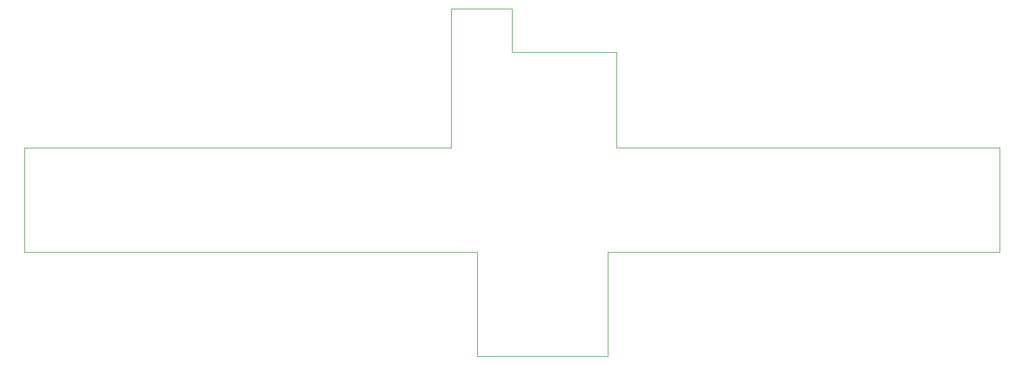
<source format=gbr>
G04 #@! TF.GenerationSoftware,KiCad,Pcbnew,5.1.2-f72e74a~84~ubuntu18.04.1*
G04 #@! TF.CreationDate,2019-11-12T11:29:02+01:00*
G04 #@! TF.ProjectId,matched_rf_amp,6d617463-6865-4645-9f72-665f616d702e,rev?*
G04 #@! TF.SameCoordinates,Original*
G04 #@! TF.FileFunction,Profile,NP*
%FSLAX46Y46*%
G04 Gerber Fmt 4.6, Leading zero omitted, Abs format (unit mm)*
G04 Created by KiCad (PCBNEW 5.1.2-f72e74a~84~ubuntu18.04.1) date 2019-11-12 11:29:02*
%MOMM*%
%LPD*%
G04 APERTURE LIST*
%ADD10C,0.050000*%
G04 APERTURE END LIST*
D10*
X135890000Y-96520000D02*
X135890000Y-101600000D01*
X144780000Y-96520000D02*
X135890000Y-96520000D01*
X144780000Y-102870000D02*
X144780000Y-96520000D01*
X160020000Y-102870000D02*
X144780000Y-102870000D01*
X160020000Y-116840000D02*
X160020000Y-102870000D01*
X176530000Y-116840000D02*
X160020000Y-116840000D01*
X73660000Y-132080000D02*
X114300000Y-132080000D01*
X73660000Y-116840000D02*
X73660000Y-132080000D01*
X114300000Y-116840000D02*
X73660000Y-116840000D01*
X215900000Y-132080000D02*
X176530000Y-132080000D01*
X215900000Y-116840000D02*
X215900000Y-132080000D01*
X176530000Y-116840000D02*
X215900000Y-116840000D01*
X135890000Y-116840000D02*
X135890000Y-101600000D01*
X135890000Y-116840000D02*
X114300000Y-116840000D01*
X158750000Y-132080000D02*
X176530000Y-132080000D01*
X158750000Y-147320000D02*
X158750000Y-132080000D01*
X139700000Y-147320000D02*
X158750000Y-147320000D01*
X139700000Y-132080000D02*
X139700000Y-147320000D01*
X114300000Y-132080000D02*
X139700000Y-132080000D01*
M02*

</source>
